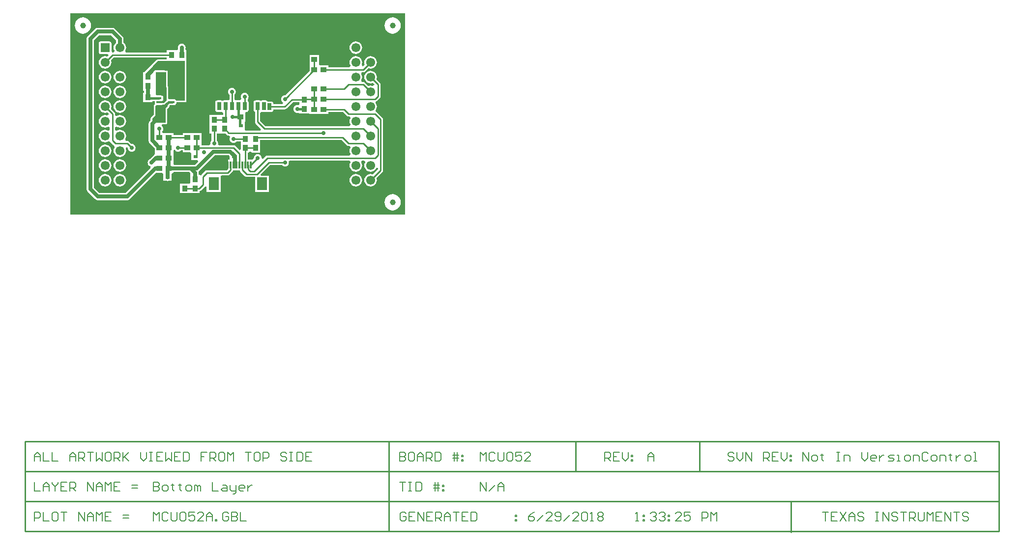
<source format=gbl>
G04 Layer_Physical_Order=4*
G04 Layer_Color=16711680*
%FSAX25Y25*%
%MOIN*%
G70*
G01*
G75*
%ADD10C,0.01000*%
%ADD11C,0.00800*%
%ADD12C,0.06102*%
G04:AMPARAMS|DCode=13|XSize=61.02mil|YSize=61.02mil|CornerRadius=1.83mil|HoleSize=0mil|Usage=FLASHONLY|Rotation=270.000|XOffset=0mil|YOffset=0mil|HoleType=Round|Shape=RoundedRectangle|*
%AMROUNDEDRECTD13*
21,1,0.06102,0.05736,0,0,270.0*
21,1,0.05736,0.06102,0,0,270.0*
1,1,0.00366,-0.02868,-0.02868*
1,1,0.00366,-0.02868,0.02868*
1,1,0.00366,0.02868,0.02868*
1,1,0.00366,0.02868,-0.02868*
%
%ADD13ROUNDEDRECTD13*%
%ADD14C,0.02800*%
%ADD15R,0.03740X0.03937*%
%ADD16R,0.03937X0.03740*%
G04:AMPARAMS|DCode=17|XSize=15.75mil|YSize=33.47mil|CornerRadius=1.97mil|HoleSize=0mil|Usage=FLASHONLY|Rotation=90.000|XOffset=0mil|YOffset=0mil|HoleType=Round|Shape=RoundedRectangle|*
%AMROUNDEDRECTD17*
21,1,0.01575,0.02953,0,0,90.0*
21,1,0.01181,0.03347,0,0,90.0*
1,1,0.00394,0.01476,0.00591*
1,1,0.00394,0.01476,-0.00591*
1,1,0.00394,-0.01476,-0.00591*
1,1,0.00394,-0.01476,0.00591*
%
%ADD17ROUNDEDRECTD17*%
%ADD18R,0.03150X0.02362*%
%ADD19R,0.01181X0.05118*%
%ADD20R,0.07087X0.08661*%
G04:AMPARAMS|DCode=21|XSize=39.37mil|YSize=39.37mil|CornerRadius=1.58mil|HoleSize=0mil|Usage=FLASHONLY|Rotation=0.000|XOffset=0mil|YOffset=0mil|HoleType=Round|Shape=RoundedRectangle|*
%AMROUNDEDRECTD21*
21,1,0.03937,0.03622,0,0,0.0*
21,1,0.03622,0.03937,0,0,0.0*
1,1,0.00315,0.01811,-0.01811*
1,1,0.00315,-0.01811,-0.01811*
1,1,0.00315,-0.01811,0.01811*
1,1,0.00315,0.01811,0.01811*
%
%ADD21ROUNDEDRECTD21*%
G04:AMPARAMS|DCode=22|XSize=47.24mil|YSize=125.98mil|CornerRadius=1.89mil|HoleSize=0mil|Usage=FLASHONLY|Rotation=0.000|XOffset=0mil|YOffset=0mil|HoleType=Round|Shape=RoundedRectangle|*
%AMROUNDEDRECTD22*
21,1,0.04724,0.12220,0,0,0.0*
21,1,0.04347,0.12598,0,0,0.0*
1,1,0.00378,0.02173,-0.06110*
1,1,0.00378,-0.02173,-0.06110*
1,1,0.00378,-0.02173,0.06110*
1,1,0.00378,0.02173,0.06110*
%
%ADD22ROUNDEDRECTD22*%
G04:AMPARAMS|DCode=23|XSize=47.24mil|YSize=47.24mil|CornerRadius=1.89mil|HoleSize=0mil|Usage=FLASHONLY|Rotation=0.000|XOffset=0mil|YOffset=0mil|HoleType=Round|Shape=RoundedRectangle|*
%AMROUNDEDRECTD23*
21,1,0.04724,0.04347,0,0,0.0*
21,1,0.04347,0.04724,0,0,0.0*
1,1,0.00378,0.02173,-0.02173*
1,1,0.00378,-0.02173,-0.02173*
1,1,0.00378,-0.02173,0.02173*
1,1,0.00378,0.02173,0.02173*
%
%ADD23ROUNDEDRECTD23*%
G04:AMPARAMS|DCode=24|XSize=39.37mil|YSize=55.12mil|CornerRadius=1.97mil|HoleSize=0mil|Usage=FLASHONLY|Rotation=0.000|XOffset=0mil|YOffset=0mil|HoleType=Round|Shape=RoundedRectangle|*
%AMROUNDEDRECTD24*
21,1,0.03937,0.05118,0,0,0.0*
21,1,0.03543,0.05512,0,0,0.0*
1,1,0.00394,0.01772,-0.02559*
1,1,0.00394,-0.01772,-0.02559*
1,1,0.00394,-0.01772,0.02559*
1,1,0.00394,0.01772,0.02559*
%
%ADD24ROUNDEDRECTD24*%
G04:AMPARAMS|DCode=25|XSize=47.24mil|YSize=31.5mil|CornerRadius=1.26mil|HoleSize=0mil|Usage=FLASHONLY|Rotation=0.000|XOffset=0mil|YOffset=0mil|HoleType=Round|Shape=RoundedRectangle|*
%AMROUNDEDRECTD25*
21,1,0.04724,0.02898,0,0,0.0*
21,1,0.04472,0.03150,0,0,0.0*
1,1,0.00252,0.02236,-0.01449*
1,1,0.00252,-0.02236,-0.01449*
1,1,0.00252,-0.02236,0.01449*
1,1,0.00252,0.02236,0.01449*
%
%ADD25ROUNDEDRECTD25*%
G04:AMPARAMS|DCode=26|XSize=27.56mil|YSize=47.24mil|CornerRadius=1.93mil|HoleSize=0mil|Usage=FLASHONLY|Rotation=0.000|XOffset=0mil|YOffset=0mil|HoleType=Round|Shape=RoundedRectangle|*
%AMROUNDEDRECTD26*
21,1,0.02756,0.04339,0,0,0.0*
21,1,0.02370,0.04724,0,0,0.0*
1,1,0.00386,0.01185,-0.02169*
1,1,0.00386,-0.01185,-0.02169*
1,1,0.00386,-0.01185,0.02169*
1,1,0.00386,0.01185,0.02169*
%
%ADD26ROUNDEDRECTD26*%
G04:AMPARAMS|DCode=27|XSize=27.56mil|YSize=55.12mil|CornerRadius=1.93mil|HoleSize=0mil|Usage=FLASHONLY|Rotation=0.000|XOffset=0mil|YOffset=0mil|HoleType=Round|Shape=RoundedRectangle|*
%AMROUNDEDRECTD27*
21,1,0.02756,0.05126,0,0,0.0*
21,1,0.02370,0.05512,0,0,0.0*
1,1,0.00386,0.01185,-0.02563*
1,1,0.00386,-0.01185,-0.02563*
1,1,0.00386,-0.01185,0.02563*
1,1,0.00386,0.01185,0.02563*
%
%ADD27ROUNDEDRECTD27*%
%ADD28R,0.04409X0.12598*%
%ADD29C,0.03937*%
%ADD30C,0.03000*%
%ADD31C,0.01500*%
%ADD32C,0.02500*%
G36*
X0297671Y0254929D02*
X0070729D01*
Y0391871D01*
X0297671D01*
Y0254929D01*
D02*
G37*
%LPC*%
G36*
X0289200Y0388934D02*
X0287768Y0388746D01*
X0286433Y0388193D01*
X0285287Y0387313D01*
X0284407Y0386167D01*
X0283854Y0384832D01*
X0283666Y0383400D01*
X0283854Y0381968D01*
X0284407Y0380633D01*
X0285287Y0379487D01*
X0286433Y0378607D01*
X0287768Y0378054D01*
X0289200Y0377866D01*
X0290632Y0378054D01*
X0291967Y0378607D01*
X0293113Y0379487D01*
X0293993Y0380633D01*
X0294546Y0381968D01*
X0294734Y0383400D01*
X0294546Y0384832D01*
X0293993Y0386167D01*
X0293113Y0387313D01*
X0291967Y0388193D01*
X0290632Y0388746D01*
X0289200Y0388934D01*
D02*
G37*
G36*
Y0268934D02*
X0287768Y0268746D01*
X0286433Y0268193D01*
X0285287Y0267313D01*
X0284407Y0266167D01*
X0283854Y0264832D01*
X0283666Y0263400D01*
X0283854Y0261968D01*
X0284407Y0260633D01*
X0285287Y0259487D01*
X0286433Y0258607D01*
X0287768Y0258054D01*
X0289200Y0257866D01*
X0290632Y0258054D01*
X0291967Y0258607D01*
X0293113Y0259487D01*
X0293993Y0260633D01*
X0294546Y0261968D01*
X0294734Y0263400D01*
X0294546Y0264832D01*
X0293993Y0266167D01*
X0293113Y0267313D01*
X0291967Y0268193D01*
X0290632Y0268746D01*
X0289200Y0268934D01*
D02*
G37*
G36*
X0264200Y0282688D02*
X0263090Y0282542D01*
X0262056Y0282113D01*
X0261168Y0281432D01*
X0260487Y0280544D01*
X0260058Y0279510D01*
X0259912Y0278400D01*
X0260058Y0277290D01*
X0260487Y0276256D01*
X0261168Y0275368D01*
X0262056Y0274687D01*
X0263090Y0274258D01*
X0264200Y0274112D01*
X0265310Y0274258D01*
X0266344Y0274687D01*
X0267232Y0275368D01*
X0267913Y0276256D01*
X0268342Y0277290D01*
X0268488Y0278400D01*
X0268342Y0279510D01*
X0267913Y0280544D01*
X0267232Y0281432D01*
X0266344Y0282113D01*
X0265310Y0282542D01*
X0264200Y0282688D01*
D02*
G37*
G36*
X0099200Y0381898D02*
X0089200D01*
X0088244Y0381708D01*
X0087434Y0381166D01*
X0082434Y0376166D01*
X0081892Y0375356D01*
X0081702Y0374400D01*
Y0272400D01*
X0081892Y0271444D01*
X0082434Y0270634D01*
X0087434Y0265634D01*
X0088244Y0265092D01*
X0089200Y0264902D01*
X0109200D01*
X0110156Y0265092D01*
X0110966Y0265634D01*
X0128671Y0283338D01*
X0133018D01*
X0133787Y0282781D01*
Y0278019D01*
X0135975D01*
X0136562Y0277902D01*
X0137150Y0278019D01*
X0139337D01*
Y0282781D01*
X0140106Y0283338D01*
X0140518D01*
Y0283910D01*
X0151157D01*
X0151931Y0283136D01*
X0152130Y0282218D01*
X0152130D01*
Y0276257D01*
X0151270Y0275919D01*
X0151270Y0275919D01*
Y0275919D01*
X0151270Y0275919D01*
X0145130D01*
Y0269582D01*
X0151270D01*
Y0269582D01*
X0152130Y0269582D01*
Y0269582D01*
X0158270D01*
Y0271061D01*
X0158714Y0271149D01*
X0159276Y0271525D01*
X0161926Y0274174D01*
X0162104Y0274442D01*
X0163104Y0274138D01*
Y0270468D01*
X0172591D01*
Y0281530D01*
X0173534Y0281667D01*
X0177200D01*
X0177863Y0281799D01*
X0178426Y0282174D01*
X0180518Y0284267D01*
X0180894Y0284829D01*
X0180936Y0285042D01*
X0185511D01*
X0185565Y0284770D01*
X0185941Y0284208D01*
X0188974Y0281174D01*
X0189537Y0280799D01*
X0190200Y0280667D01*
X0195809D01*
Y0270483D01*
X0205296D01*
Y0281544D01*
X0200102D01*
X0199719Y0282468D01*
X0205918Y0288667D01*
X0214253D01*
X0214346Y0288546D01*
X0214889Y0288129D01*
X0215521Y0287867D01*
X0216200Y0287778D01*
X0216879Y0287867D01*
X0217511Y0288129D01*
X0218054Y0288546D01*
X0218471Y0289089D01*
X0218733Y0289721D01*
X0218822Y0290400D01*
X0218787Y0290667D01*
X0219460Y0291667D01*
X0260088D01*
X0260581Y0290667D01*
X0260487Y0290544D01*
X0260058Y0289510D01*
X0259912Y0288400D01*
X0260058Y0287290D01*
X0260487Y0286256D01*
X0261168Y0285368D01*
X0262056Y0284687D01*
X0263090Y0284258D01*
X0264200Y0284112D01*
X0265310Y0284258D01*
X0266344Y0284687D01*
X0267232Y0285368D01*
X0267913Y0286256D01*
X0268342Y0287290D01*
X0268488Y0288400D01*
X0268342Y0289510D01*
X0267913Y0290544D01*
X0267819Y0290667D01*
X0268312Y0291667D01*
X0270088D01*
X0270581Y0290667D01*
X0270487Y0290544D01*
X0270058Y0289510D01*
X0269912Y0288400D01*
X0270058Y0287290D01*
X0270487Y0286256D01*
X0271168Y0285368D01*
X0272056Y0284687D01*
X0273090Y0284258D01*
X0274200Y0284112D01*
X0275310Y0284258D01*
X0276344Y0284687D01*
X0277232Y0285368D01*
X0277913Y0286256D01*
X0278254Y0287079D01*
X0279254Y0286880D01*
Y0285905D01*
X0275720Y0282372D01*
X0275310Y0282542D01*
X0274200Y0282688D01*
X0273090Y0282542D01*
X0272056Y0282113D01*
X0271168Y0281432D01*
X0270487Y0280544D01*
X0270058Y0279510D01*
X0269912Y0278400D01*
X0270058Y0277290D01*
X0270487Y0276256D01*
X0271168Y0275368D01*
X0272056Y0274687D01*
X0273090Y0274258D01*
X0274200Y0274112D01*
X0275310Y0274258D01*
X0276344Y0274687D01*
X0277232Y0275368D01*
X0277913Y0276256D01*
X0278342Y0277290D01*
X0278488Y0278400D01*
X0278342Y0279510D01*
X0278172Y0279920D01*
X0282213Y0283962D01*
X0282589Y0284524D01*
X0282721Y0285187D01*
Y0319613D01*
X0282589Y0320276D01*
X0282213Y0320838D01*
X0278426Y0324626D01*
X0278093Y0324848D01*
X0277784Y0325732D01*
X0277750Y0326043D01*
X0277913Y0326256D01*
X0278342Y0327290D01*
X0278488Y0328400D01*
X0278342Y0329510D01*
X0277913Y0330544D01*
X0277750Y0330757D01*
X0277784Y0331068D01*
X0278093Y0331952D01*
X0278426Y0332174D01*
X0280426Y0334174D01*
X0280801Y0334737D01*
X0280933Y0335400D01*
Y0343400D01*
X0280801Y0344063D01*
X0280426Y0344626D01*
X0278172Y0346880D01*
X0278342Y0347290D01*
X0278488Y0348400D01*
X0278342Y0349510D01*
X0277913Y0350544D01*
X0277232Y0351432D01*
X0276344Y0352113D01*
X0275310Y0352542D01*
X0274200Y0352688D01*
X0273090Y0352542D01*
X0272056Y0352113D01*
X0271168Y0351432D01*
X0270487Y0350544D01*
X0270058Y0349510D01*
X0269912Y0348400D01*
X0270058Y0347290D01*
X0270487Y0346256D01*
X0271168Y0345368D01*
X0272056Y0344687D01*
X0273090Y0344258D01*
X0274200Y0344112D01*
X0275310Y0344258D01*
X0275720Y0344428D01*
X0276834Y0343315D01*
X0276779Y0342985D01*
X0275668Y0342393D01*
X0275310Y0342542D01*
X0274200Y0342688D01*
X0273090Y0342542D01*
X0272680Y0342372D01*
X0270426Y0344626D01*
X0269863Y0345001D01*
X0269200Y0345133D01*
X0268312D01*
X0267819Y0346133D01*
X0267913Y0346256D01*
X0268342Y0347290D01*
X0268488Y0348400D01*
X0268342Y0349510D01*
X0267913Y0350544D01*
X0267819Y0350667D01*
X0268312Y0351667D01*
X0269200D01*
X0269863Y0351799D01*
X0270426Y0352174D01*
X0272680Y0354428D01*
X0273090Y0354258D01*
X0274200Y0354112D01*
X0275310Y0354258D01*
X0276344Y0354687D01*
X0277232Y0355368D01*
X0277913Y0356256D01*
X0278342Y0357290D01*
X0278488Y0358400D01*
X0278342Y0359510D01*
X0277913Y0360544D01*
X0277232Y0361432D01*
X0276344Y0362113D01*
X0275310Y0362542D01*
X0274200Y0362688D01*
X0273090Y0362542D01*
X0272056Y0362113D01*
X0271168Y0361432D01*
X0270487Y0360544D01*
X0270058Y0359510D01*
X0269912Y0358400D01*
X0270058Y0357290D01*
X0270228Y0356880D01*
X0269115Y0355766D01*
X0268785Y0355821D01*
X0268193Y0356932D01*
X0268342Y0357290D01*
X0268488Y0358400D01*
X0268342Y0359510D01*
X0267913Y0360544D01*
X0267232Y0361432D01*
X0266344Y0362113D01*
X0265310Y0362542D01*
X0264200Y0362688D01*
X0263090Y0362542D01*
X0262056Y0362113D01*
X0261168Y0361432D01*
X0260487Y0360544D01*
X0260058Y0359510D01*
X0259912Y0358400D01*
X0260058Y0357290D01*
X0260487Y0356256D01*
X0260581Y0356133D01*
X0260088Y0355133D01*
X0245518D01*
Y0356470D01*
X0239557D01*
X0239219Y0357330D01*
X0239219D01*
Y0363470D01*
X0232882D01*
Y0357330D01*
X0232882D01*
Y0356470D01*
X0232882D01*
Y0352683D01*
X0216219Y0336020D01*
X0216200Y0336022D01*
X0215521Y0335933D01*
X0214889Y0335671D01*
X0214346Y0335254D01*
X0213929Y0334711D01*
X0213667Y0334079D01*
X0213578Y0333400D01*
X0213667Y0332721D01*
X0213929Y0332089D01*
X0214346Y0331546D01*
X0214889Y0331129D01*
X0214648Y0330154D01*
X0214588Y0330031D01*
X0208262D01*
Y0330467D01*
X0208154Y0331010D01*
X0207846Y0331471D01*
X0207385Y0331779D01*
X0206842Y0331887D01*
X0204472D01*
X0204368Y0331867D01*
X0204106Y0332259D01*
X0203645Y0332566D01*
X0203102Y0332675D01*
X0200731D01*
X0200188Y0332566D01*
X0199751Y0332275D01*
X0199314Y0332566D01*
X0198771Y0332675D01*
X0196401D01*
X0195857Y0332566D01*
X0195397Y0332259D01*
X0195089Y0331798D01*
X0194981Y0331254D01*
Y0326128D01*
X0195089Y0325585D01*
X0195397Y0325124D01*
X0195852Y0324819D01*
Y0318014D01*
X0195984Y0317351D01*
X0196360Y0316789D01*
X0200015Y0313133D01*
X0199601Y0312133D01*
X0189389D01*
X0189113Y0313019D01*
X0189113D01*
Y0317781D01*
X0189113D01*
X0189219Y0318330D01*
X0189219Y0318330D01*
X0189219Y0318737D01*
Y0324470D01*
X0190120Y0324710D01*
X0190653Y0324816D01*
X0191114Y0325124D01*
X0191421Y0325585D01*
X0191530Y0326128D01*
Y0331254D01*
X0191421Y0331798D01*
X0191114Y0332259D01*
X0191024Y0332319D01*
X0190996Y0332427D01*
X0190919Y0333453D01*
X0191195Y0333813D01*
X0191457Y0334446D01*
X0191547Y0335124D01*
X0191457Y0335803D01*
X0191195Y0336436D01*
X0190779Y0336979D01*
X0190236Y0337396D01*
X0189603Y0337657D01*
X0188924Y0337747D01*
X0188246Y0337657D01*
X0187613Y0337396D01*
X0187070Y0336979D01*
X0186653Y0336436D01*
X0186391Y0335803D01*
X0186302Y0335124D01*
X0186391Y0334446D01*
X0186653Y0333813D01*
X0186599Y0333367D01*
X0185779Y0332675D01*
X0183409D01*
X0182996Y0332593D01*
X0182676Y0332702D01*
X0181996Y0333189D01*
Y0336516D01*
X0182117Y0336609D01*
X0182534Y0337152D01*
X0182796Y0337784D01*
X0182885Y0338463D01*
X0182796Y0339142D01*
X0182534Y0339774D01*
X0182117Y0340317D01*
X0181574Y0340734D01*
X0180942Y0340996D01*
X0180263Y0341085D01*
X0179584Y0340996D01*
X0178952Y0340734D01*
X0178409Y0340317D01*
X0177992Y0339774D01*
X0177730Y0339142D01*
X0177641Y0338463D01*
X0177730Y0337784D01*
X0177992Y0337152D01*
X0178409Y0336609D01*
X0178530Y0336516D01*
Y0333189D01*
X0177850Y0332702D01*
X0177530Y0332593D01*
X0177117Y0332675D01*
X0174747D01*
X0174204Y0332566D01*
X0173767Y0332275D01*
X0173330Y0332566D01*
X0172787Y0332675D01*
X0170416D01*
X0169873Y0332566D01*
X0169412Y0332259D01*
X0169104Y0331798D01*
X0168996Y0331254D01*
Y0326128D01*
X0169104Y0325585D01*
X0169412Y0325124D01*
X0169873Y0324816D01*
X0170416Y0324708D01*
X0172787D01*
X0173199Y0324790D01*
X0173519Y0324681D01*
X0174199Y0324194D01*
Y0322718D01*
X0172130D01*
Y0322718D01*
X0171270D01*
Y0322718D01*
X0165130D01*
Y0316381D01*
Y0310082D01*
X0166467D01*
Y0305347D01*
X0166346Y0305254D01*
X0165929Y0304711D01*
X0165667Y0304079D01*
X0165578Y0303400D01*
X0165613Y0303133D01*
X0164940Y0302133D01*
X0159518D01*
Y0303470D01*
X0159518D01*
Y0304330D01*
X0159518D01*
Y0310470D01*
X0146882D01*
Y0309133D01*
X0140518D01*
Y0310470D01*
X0133244D01*
X0133049Y0311002D01*
X0132962Y0311470D01*
X0133321Y0311939D01*
X0133583Y0312572D01*
X0133673Y0313250D01*
X0133583Y0313929D01*
X0133321Y0314562D01*
X0132905Y0315105D01*
X0132681Y0315277D01*
X0133020Y0316277D01*
X0135200D01*
X0135668Y0316370D01*
X0136065Y0316635D01*
X0136330Y0317032D01*
X0136424Y0317500D01*
Y0319361D01*
X0136405Y0319457D01*
Y0325407D01*
X0136424Y0325502D01*
Y0326730D01*
X0137638Y0328080D01*
X0137744Y0328258D01*
X0137859Y0328430D01*
X0137864Y0328455D01*
X0137865Y0328463D01*
X0137882Y0328490D01*
X0138153Y0329417D01*
X0141105D01*
X0141650Y0329525D01*
X0142113Y0329834D01*
X0142421Y0330296D01*
X0142530Y0330841D01*
Y0331276D01*
X0148200D01*
X0148668Y0331370D01*
X0148732Y0331413D01*
X0149270D01*
Y0331942D01*
X0149330Y0332032D01*
X0149424Y0332500D01*
Y0359300D01*
X0149330Y0359768D01*
X0149270Y0359858D01*
Y0366718D01*
X0149086D01*
X0148732Y0367718D01*
X0148733Y0367721D01*
X0148822Y0368400D01*
X0148733Y0369079D01*
X0148471Y0369711D01*
X0148054Y0370254D01*
X0147511Y0370671D01*
X0146879Y0370933D01*
X0146200Y0371022D01*
X0145521Y0370933D01*
X0144889Y0370671D01*
X0144346Y0370254D01*
X0143929Y0369711D01*
X0143667Y0369079D01*
X0143578Y0368400D01*
X0143667Y0367721D01*
X0143668Y0367718D01*
X0143599Y0367524D01*
X0143130Y0366718D01*
X0142270D01*
Y0366718D01*
X0136130D01*
Y0365133D01*
X0108312D01*
X0107819Y0366133D01*
X0107913Y0366256D01*
X0108342Y0367290D01*
X0108488Y0368400D01*
X0108342Y0369510D01*
X0107913Y0370544D01*
X0107232Y0371432D01*
X0106698Y0371842D01*
Y0374400D01*
X0106508Y0375356D01*
X0105966Y0376166D01*
X0100966Y0381166D01*
X0100156Y0381708D01*
X0099200Y0381898D01*
D02*
G37*
G36*
X0079200Y0388934D02*
X0077768Y0388746D01*
X0076433Y0388193D01*
X0075287Y0387313D01*
X0074407Y0386167D01*
X0073854Y0384832D01*
X0073666Y0383400D01*
X0073854Y0381968D01*
X0074407Y0380633D01*
X0075287Y0379487D01*
X0076433Y0378607D01*
X0077768Y0378054D01*
X0079200Y0377866D01*
X0080632Y0378054D01*
X0081967Y0378607D01*
X0083113Y0379487D01*
X0083993Y0380633D01*
X0084546Y0381968D01*
X0084734Y0383400D01*
X0084546Y0384832D01*
X0083993Y0386167D01*
X0083113Y0387313D01*
X0081967Y0388193D01*
X0080632Y0388746D01*
X0079200Y0388934D01*
D02*
G37*
G36*
X0264200Y0372688D02*
X0263090Y0372542D01*
X0262056Y0372113D01*
X0261168Y0371432D01*
X0260487Y0370544D01*
X0260058Y0369510D01*
X0259912Y0368400D01*
X0260058Y0367290D01*
X0260487Y0366256D01*
X0261168Y0365368D01*
X0262056Y0364687D01*
X0263090Y0364258D01*
X0264200Y0364112D01*
X0265310Y0364258D01*
X0266344Y0364687D01*
X0267232Y0365368D01*
X0267913Y0366256D01*
X0268342Y0367290D01*
X0268488Y0368400D01*
X0268342Y0369510D01*
X0267913Y0370544D01*
X0267232Y0371432D01*
X0266344Y0372113D01*
X0265310Y0372542D01*
X0264200Y0372688D01*
D02*
G37*
%LPD*%
G36*
X0136792Y0330740D02*
X0136963Y0330196D01*
X0136837Y0330008D01*
X0136729Y0329463D01*
Y0328898D01*
X0135200Y0327200D01*
Y0325502D01*
X0135181D01*
Y0319361D01*
X0135200D01*
Y0317500D01*
X0126300Y0317500D01*
Y0320200D01*
X0128400Y0322300D01*
X0128400Y0328647D01*
X0129295Y0329417D01*
X0132247D01*
X0132792Y0329525D01*
X0132960Y0329637D01*
X0133849D01*
X0134317Y0329730D01*
X0134714Y0329995D01*
X0135676Y0330958D01*
X0135929Y0330987D01*
X0136792Y0330740D01*
D02*
G37*
G36*
X0178787Y0294555D02*
Y0292560D01*
X0177502D01*
Y0286153D01*
X0176482Y0285133D01*
X0163200D01*
X0162537Y0285001D01*
X0161974Y0284626D01*
X0159474Y0282126D01*
X0159270Y0281820D01*
X0158270Y0282123D01*
Y0282218D01*
X0157698D01*
Y0283400D01*
X0157517Y0284311D01*
X0158012Y0284642D01*
X0168735Y0295365D01*
X0177978D01*
X0178787Y0294555D01*
D02*
G37*
G36*
X0141846Y0298546D02*
X0142389Y0298129D01*
X0143021Y0297867D01*
X0143700Y0297778D01*
X0144379Y0297867D01*
X0145011Y0298129D01*
X0145554Y0298546D01*
X0145647Y0298667D01*
X0146882D01*
Y0297330D01*
X0152015D01*
X0152787Y0296781D01*
Y0292019D01*
X0157017D01*
X0157400Y0291095D01*
X0155211Y0288906D01*
X0141281D01*
X0140518Y0289478D01*
X0140518Y0290330D01*
X0140518D01*
Y0296470D01*
X0140518D01*
X0140518Y0297330D01*
X0140518D01*
Y0298693D01*
X0141111Y0298950D01*
X0141518Y0298973D01*
X0141846Y0298546D01*
D02*
G37*
G36*
X0257974Y0302174D02*
X0258537Y0301799D01*
X0259200Y0301667D01*
X0260088D01*
X0260581Y0300667D01*
X0260487Y0300544D01*
X0260058Y0299510D01*
X0259912Y0298400D01*
X0260058Y0297290D01*
X0260487Y0296256D01*
X0260581Y0296133D01*
X0260088Y0295133D01*
X0204200D01*
X0203537Y0295001D01*
X0202974Y0294626D01*
X0201234Y0292886D01*
X0200287Y0293353D01*
X0200293Y0293400D01*
X0200204Y0294079D01*
X0199942Y0294711D01*
X0199525Y0295254D01*
X0198982Y0295671D01*
X0198350Y0295933D01*
X0197671Y0296022D01*
X0196992Y0295933D01*
X0196360Y0295671D01*
X0195817Y0295254D01*
X0195400Y0294711D01*
X0195138Y0294079D01*
X0195049Y0293400D01*
X0195069Y0293249D01*
X0194380Y0292560D01*
X0190868D01*
Y0297082D01*
X0192402D01*
Y0297082D01*
X0193262D01*
Y0297082D01*
X0199402D01*
Y0303381D01*
Y0305667D01*
X0254482D01*
X0257974Y0302174D01*
D02*
G37*
G36*
X0176825Y0309174D02*
X0177387Y0308799D01*
X0178050Y0308667D01*
X0178402D01*
X0178929Y0307711D01*
X0178667Y0307079D01*
X0178578Y0306400D01*
X0178667Y0305721D01*
X0178929Y0305089D01*
X0179346Y0304546D01*
X0179889Y0304129D01*
X0180521Y0303867D01*
X0181200Y0303778D01*
X0181879Y0303867D01*
X0182511Y0304129D01*
X0183054Y0304546D01*
X0183147Y0304667D01*
X0186262D01*
Y0299240D01*
X0185338Y0298857D01*
X0182569Y0301626D01*
X0182007Y0302001D01*
X0181344Y0302133D01*
X0171460D01*
X0170787Y0303133D01*
X0170822Y0303400D01*
X0170733Y0304079D01*
X0170471Y0304711D01*
X0170054Y0305254D01*
X0169933Y0305347D01*
Y0310082D01*
X0171270D01*
Y0310082D01*
X0172130D01*
Y0310082D01*
X0175917D01*
X0176825Y0309174D01*
D02*
G37*
G36*
X0148200Y0359300D02*
Y0332500D01*
X0142435D01*
X0142421Y0332567D01*
X0142113Y0333029D01*
X0141650Y0333338D01*
X0141105Y0333446D01*
X0138153D01*
X0138019Y0333420D01*
X0137232Y0333420D01*
X0136933Y0334380D01*
Y0341337D01*
X0136801Y0342000D01*
X0136700Y0342152D01*
Y0352900D01*
X0134510D01*
Y0352931D01*
X0127701D01*
X0127700Y0353930D01*
Y0357000D01*
X0130000Y0359300D01*
X0148200Y0359300D01*
D02*
G37*
G36*
X0101702Y0373365D02*
Y0371842D01*
X0101168Y0371432D01*
X0100487Y0370544D01*
X0100058Y0369510D01*
X0099912Y0368400D01*
X0100058Y0367290D01*
X0100487Y0366256D01*
X0100581Y0366133D01*
X0100088Y0365133D01*
X0099419D01*
X0099083Y0365276D01*
X0098478Y0366009D01*
Y0371268D01*
X0098371Y0371808D01*
X0098065Y0372265D01*
X0097608Y0372571D01*
X0097068Y0372678D01*
X0091332D01*
X0090792Y0372571D01*
X0090335Y0372265D01*
X0090029Y0371808D01*
X0089922Y0371268D01*
Y0365532D01*
X0090029Y0364992D01*
X0090335Y0364535D01*
X0090792Y0364229D01*
X0091332Y0364122D01*
X0096056D01*
X0096470Y0363122D01*
X0095720Y0362372D01*
X0095310Y0362542D01*
X0094200Y0362688D01*
X0093090Y0362542D01*
X0092056Y0362113D01*
X0091168Y0361432D01*
X0090487Y0360544D01*
X0090058Y0359510D01*
X0089912Y0358400D01*
X0090058Y0357290D01*
X0090487Y0356256D01*
X0091168Y0355368D01*
X0092056Y0354687D01*
X0093090Y0354258D01*
X0094200Y0354112D01*
X0095310Y0354258D01*
X0096344Y0354687D01*
X0097232Y0355368D01*
X0097913Y0356256D01*
X0098342Y0357290D01*
X0098488Y0358400D01*
X0098342Y0359510D01*
X0098172Y0359920D01*
X0099918Y0361667D01*
X0136130D01*
Y0360524D01*
X0130000Y0360524D01*
X0129532Y0360430D01*
X0129135Y0360165D01*
X0128215Y0359245D01*
X0128125Y0359176D01*
X0121274Y0352326D01*
X0120842Y0351762D01*
X0120837Y0351750D01*
X0120130D01*
Y0345413D01*
Y0339113D01*
X0120702D01*
Y0337750D01*
X0120130D01*
Y0331413D01*
X0126270D01*
Y0332002D01*
X0127870D01*
Y0330841D01*
X0127979Y0330296D01*
X0128075Y0330152D01*
X0127979Y0330008D01*
X0127953Y0329876D01*
X0127602Y0329575D01*
X0127574Y0329538D01*
X0127535Y0329513D01*
X0127427Y0329352D01*
X0127308Y0329199D01*
X0127295Y0329154D01*
X0127270Y0329116D01*
X0127232Y0328926D01*
X0127180Y0328739D01*
X0127186Y0328693D01*
X0127176Y0328647D01*
X0127176Y0322807D01*
X0125435Y0321065D01*
X0125170Y0320668D01*
X0125076Y0320200D01*
Y0318990D01*
X0124434Y0318348D01*
X0123892Y0317537D01*
X0123702Y0316581D01*
Y0305250D01*
X0123892Y0304294D01*
X0124434Y0303484D01*
X0127882Y0300036D01*
Y0297330D01*
X0127882D01*
X0127882Y0296470D01*
X0127577Y0295596D01*
X0126934Y0295166D01*
X0124474Y0292706D01*
X0124389Y0292671D01*
X0123846Y0292254D01*
X0123429Y0291711D01*
X0123167Y0291079D01*
X0123078Y0290400D01*
X0123167Y0289721D01*
X0123429Y0289089D01*
X0123846Y0288546D01*
X0124389Y0288129D01*
X0124808Y0287955D01*
X0125074Y0287287D01*
X0125113Y0286846D01*
X0108165Y0269898D01*
X0090235D01*
X0086698Y0273435D01*
Y0373365D01*
X0090235Y0376902D01*
X0098165D01*
X0101702Y0373365D01*
D02*
G37*
G36*
X0226130Y0329993D02*
X0225865Y0329706D01*
X0225298Y0329329D01*
X0225130Y0329296D01*
X0224550Y0329373D01*
X0223872Y0329283D01*
X0223239Y0329022D01*
X0222696Y0328605D01*
X0222279Y0328062D01*
X0222017Y0327429D01*
X0221928Y0326750D01*
X0222017Y0326072D01*
X0222279Y0325439D01*
X0222696Y0324896D01*
X0223239Y0324479D01*
X0223872Y0324217D01*
X0224550Y0324128D01*
X0225130Y0324204D01*
X0225293Y0324173D01*
X0226130Y0323582D01*
Y0323582D01*
X0232270D01*
X0232270Y0323582D01*
X0232882Y0323330D01*
Y0323330D01*
X0233166Y0323330D01*
X0245518D01*
Y0324667D01*
X0255482D01*
X0257974Y0322174D01*
X0258537Y0321799D01*
X0259200Y0321667D01*
X0260088D01*
X0260581Y0320667D01*
X0260487Y0320544D01*
X0260058Y0319510D01*
X0259912Y0318400D01*
X0260058Y0317290D01*
X0260487Y0316256D01*
X0260581Y0316133D01*
X0260088Y0315133D01*
X0202918D01*
X0199319Y0318732D01*
Y0324194D01*
X0199999Y0324681D01*
X0200319Y0324790D01*
X0200731Y0324708D01*
X0203102D01*
X0203645Y0324816D01*
X0203787Y0324911D01*
X0203928Y0324816D01*
X0204472Y0324708D01*
X0206842D01*
X0207385Y0324816D01*
X0207846Y0325124D01*
X0208154Y0325585D01*
X0208262Y0326128D01*
Y0326564D01*
X0216098D01*
X0216761Y0326696D01*
X0217323Y0327072D01*
X0221568Y0331316D01*
X0226130D01*
Y0329993D01*
D02*
G37*
G36*
X0134510Y0351677D02*
X0135477D01*
Y0342152D01*
X0135500Y0342034D01*
Y0341913D01*
X0135546Y0341802D01*
X0135570Y0341684D01*
X0135637Y0341584D01*
X0135637Y0341583D01*
X0135710Y0341216D01*
Y0334380D01*
X0135746Y0334200D01*
X0135765Y0334017D01*
X0136063Y0333057D01*
X0136087Y0333012D01*
X0135826Y0332837D01*
X0133849Y0330861D01*
X0132381D01*
X0132247Y0330887D01*
X0130292D01*
X0129931Y0331522D01*
X0130197Y0331976D01*
X0132247D01*
X0132792Y0332084D01*
X0133254Y0332393D01*
X0133563Y0332855D01*
X0133671Y0333400D01*
Y0334581D01*
X0133563Y0335126D01*
X0133254Y0335588D01*
X0132792Y0335897D01*
X0132247Y0336005D01*
X0129295D01*
X0128700Y0336782D01*
Y0351707D01*
X0134356D01*
X0134510Y0351677D01*
D02*
G37*
%LPC*%
G36*
X0094200Y0292688D02*
X0093090Y0292542D01*
X0092056Y0292113D01*
X0091168Y0291432D01*
X0090487Y0290544D01*
X0090058Y0289510D01*
X0089912Y0288400D01*
X0090058Y0287290D01*
X0090487Y0286256D01*
X0091168Y0285368D01*
X0092056Y0284687D01*
X0093090Y0284258D01*
X0094200Y0284112D01*
X0095310Y0284258D01*
X0096344Y0284687D01*
X0097232Y0285368D01*
X0097913Y0286256D01*
X0098342Y0287290D01*
X0098488Y0288400D01*
X0098342Y0289510D01*
X0097913Y0290544D01*
X0097232Y0291432D01*
X0096344Y0292113D01*
X0095310Y0292542D01*
X0094200Y0292688D01*
D02*
G37*
G36*
X0104200Y0282688D02*
X0103090Y0282542D01*
X0102056Y0282113D01*
X0101168Y0281432D01*
X0100487Y0280544D01*
X0100058Y0279510D01*
X0099912Y0278400D01*
X0100058Y0277290D01*
X0100487Y0276256D01*
X0101168Y0275368D01*
X0102056Y0274687D01*
X0103090Y0274258D01*
X0104200Y0274112D01*
X0105310Y0274258D01*
X0106344Y0274687D01*
X0107232Y0275368D01*
X0107913Y0276256D01*
X0108342Y0277290D01*
X0108488Y0278400D01*
X0108342Y0279510D01*
X0107913Y0280544D01*
X0107232Y0281432D01*
X0106344Y0282113D01*
X0105310Y0282542D01*
X0104200Y0282688D01*
D02*
G37*
G36*
X0094200D02*
X0093090Y0282542D01*
X0092056Y0282113D01*
X0091168Y0281432D01*
X0090487Y0280544D01*
X0090058Y0279510D01*
X0089912Y0278400D01*
X0090058Y0277290D01*
X0090487Y0276256D01*
X0091168Y0275368D01*
X0092056Y0274687D01*
X0093090Y0274258D01*
X0094200Y0274112D01*
X0095310Y0274258D01*
X0096344Y0274687D01*
X0097232Y0275368D01*
X0097913Y0276256D01*
X0098342Y0277290D01*
X0098488Y0278400D01*
X0098342Y0279510D01*
X0097913Y0280544D01*
X0097232Y0281432D01*
X0096344Y0282113D01*
X0095310Y0282542D01*
X0094200Y0282688D01*
D02*
G37*
G36*
X0104200Y0292688D02*
X0103090Y0292542D01*
X0102056Y0292113D01*
X0101168Y0291432D01*
X0100487Y0290544D01*
X0100058Y0289510D01*
X0099912Y0288400D01*
X0100058Y0287290D01*
X0100487Y0286256D01*
X0101168Y0285368D01*
X0102056Y0284687D01*
X0103090Y0284258D01*
X0104200Y0284112D01*
X0105310Y0284258D01*
X0106344Y0284687D01*
X0107232Y0285368D01*
X0107913Y0286256D01*
X0108342Y0287290D01*
X0108488Y0288400D01*
X0108342Y0289510D01*
X0107913Y0290544D01*
X0107232Y0291432D01*
X0106344Y0292113D01*
X0105310Y0292542D01*
X0104200Y0292688D01*
D02*
G37*
G36*
Y0342688D02*
X0103090Y0342542D01*
X0102056Y0342113D01*
X0101168Y0341432D01*
X0100487Y0340544D01*
X0100058Y0339510D01*
X0099912Y0338400D01*
X0100058Y0337290D01*
X0100487Y0336256D01*
X0101168Y0335368D01*
X0102056Y0334687D01*
X0103090Y0334258D01*
X0104200Y0334112D01*
X0105310Y0334258D01*
X0106344Y0334687D01*
X0107232Y0335368D01*
X0107913Y0336256D01*
X0108342Y0337290D01*
X0108488Y0338400D01*
X0108342Y0339510D01*
X0107913Y0340544D01*
X0107232Y0341432D01*
X0106344Y0342113D01*
X0105310Y0342542D01*
X0104200Y0342688D01*
D02*
G37*
G36*
X0094200Y0352688D02*
X0093090Y0352542D01*
X0092056Y0352113D01*
X0091168Y0351432D01*
X0090487Y0350544D01*
X0090058Y0349510D01*
X0089912Y0348400D01*
X0090058Y0347290D01*
X0090487Y0346256D01*
X0091168Y0345368D01*
X0092056Y0344687D01*
X0093090Y0344258D01*
X0094200Y0344112D01*
X0095310Y0344258D01*
X0096344Y0344687D01*
X0097232Y0345368D01*
X0097913Y0346256D01*
X0098342Y0347290D01*
X0098488Y0348400D01*
X0098342Y0349510D01*
X0097913Y0350544D01*
X0097232Y0351432D01*
X0096344Y0352113D01*
X0095310Y0352542D01*
X0094200Y0352688D01*
D02*
G37*
G36*
X0104200D02*
X0103090Y0352542D01*
X0102056Y0352113D01*
X0101168Y0351432D01*
X0100487Y0350544D01*
X0100058Y0349510D01*
X0099912Y0348400D01*
X0100058Y0347290D01*
X0100487Y0346256D01*
X0101168Y0345368D01*
X0102056Y0344687D01*
X0103090Y0344258D01*
X0104200Y0344112D01*
X0105310Y0344258D01*
X0106344Y0344687D01*
X0107232Y0345368D01*
X0107913Y0346256D01*
X0108342Y0347290D01*
X0108488Y0348400D01*
X0108342Y0349510D01*
X0107913Y0350544D01*
X0107232Y0351432D01*
X0106344Y0352113D01*
X0105310Y0352542D01*
X0104200Y0352688D01*
D02*
G37*
G36*
X0094200Y0342688D02*
X0093090Y0342542D01*
X0092056Y0342113D01*
X0091168Y0341432D01*
X0090487Y0340544D01*
X0090058Y0339510D01*
X0089912Y0338400D01*
X0090058Y0337290D01*
X0090487Y0336256D01*
X0091168Y0335368D01*
X0092056Y0334687D01*
X0093090Y0334258D01*
X0094200Y0334112D01*
X0095310Y0334258D01*
X0096344Y0334687D01*
X0097232Y0335368D01*
X0097913Y0336256D01*
X0098342Y0337290D01*
X0098488Y0338400D01*
X0098342Y0339510D01*
X0097913Y0340544D01*
X0097232Y0341432D01*
X0096344Y0342113D01*
X0095310Y0342542D01*
X0094200Y0342688D01*
D02*
G37*
G36*
Y0302688D02*
X0093090Y0302542D01*
X0092056Y0302113D01*
X0091168Y0301432D01*
X0090487Y0300544D01*
X0090058Y0299510D01*
X0089912Y0298400D01*
X0090058Y0297290D01*
X0090487Y0296256D01*
X0091168Y0295368D01*
X0092056Y0294687D01*
X0093090Y0294258D01*
X0094200Y0294112D01*
X0095310Y0294258D01*
X0096344Y0294687D01*
X0097232Y0295368D01*
X0097913Y0296256D01*
X0098342Y0297290D01*
X0098488Y0298400D01*
X0098342Y0299510D01*
X0097913Y0300544D01*
X0097232Y0301432D01*
X0096344Y0302113D01*
X0095310Y0302542D01*
X0094200Y0302688D01*
D02*
G37*
G36*
Y0332688D02*
X0093090Y0332542D01*
X0092056Y0332113D01*
X0091168Y0331432D01*
X0090487Y0330544D01*
X0090058Y0329510D01*
X0089912Y0328400D01*
X0090058Y0327290D01*
X0090487Y0326256D01*
X0091168Y0325368D01*
X0092056Y0324687D01*
X0093090Y0324258D01*
X0094200Y0324112D01*
X0095310Y0324258D01*
X0095720Y0324428D01*
X0096834Y0323315D01*
X0096779Y0322985D01*
X0095668Y0322393D01*
X0095310Y0322542D01*
X0094200Y0322688D01*
X0093090Y0322542D01*
X0092056Y0322113D01*
X0091168Y0321432D01*
X0090487Y0320544D01*
X0090058Y0319510D01*
X0089912Y0318400D01*
X0090058Y0317290D01*
X0090487Y0316256D01*
X0091168Y0315368D01*
X0092056Y0314687D01*
X0093090Y0314258D01*
X0094200Y0314112D01*
X0095310Y0314258D01*
X0096344Y0314687D01*
X0096467Y0314781D01*
X0097467Y0314288D01*
Y0312512D01*
X0096467Y0312019D01*
X0096344Y0312113D01*
X0095310Y0312542D01*
X0094200Y0312688D01*
X0093090Y0312542D01*
X0092056Y0312113D01*
X0091168Y0311432D01*
X0090487Y0310544D01*
X0090058Y0309510D01*
X0089912Y0308400D01*
X0090058Y0307290D01*
X0090487Y0306256D01*
X0091168Y0305368D01*
X0092056Y0304687D01*
X0093090Y0304258D01*
X0094200Y0304112D01*
X0095310Y0304258D01*
X0096344Y0304687D01*
X0096557Y0304850D01*
X0096868Y0304816D01*
X0097752Y0304507D01*
X0097974Y0304174D01*
X0099974Y0302174D01*
X0100307Y0301952D01*
X0100616Y0301068D01*
X0100650Y0300757D01*
X0100487Y0300544D01*
X0100058Y0299510D01*
X0099912Y0298400D01*
X0100058Y0297290D01*
X0100487Y0296256D01*
X0101168Y0295368D01*
X0102056Y0294687D01*
X0103090Y0294258D01*
X0104200Y0294112D01*
X0105310Y0294258D01*
X0106344Y0294687D01*
X0107232Y0295368D01*
X0107913Y0296256D01*
X0108342Y0297290D01*
X0108488Y0298400D01*
X0108342Y0299510D01*
X0108193Y0299868D01*
X0108781Y0300973D01*
X0109598Y0300246D01*
X0109667Y0299721D01*
X0109929Y0299089D01*
X0110346Y0298546D01*
X0110889Y0298129D01*
X0111521Y0297867D01*
X0112200Y0297778D01*
X0112879Y0297867D01*
X0113511Y0298129D01*
X0114054Y0298546D01*
X0114471Y0299089D01*
X0114733Y0299721D01*
X0114822Y0300400D01*
X0114733Y0301079D01*
X0114471Y0301711D01*
X0114054Y0302254D01*
X0113511Y0302671D01*
X0112879Y0302933D01*
X0112200Y0303022D01*
X0112049Y0303003D01*
X0110426Y0304626D01*
X0109863Y0305001D01*
X0109200Y0305133D01*
X0108312D01*
X0107819Y0306133D01*
X0107913Y0306256D01*
X0108342Y0307290D01*
X0108488Y0308400D01*
X0108342Y0309510D01*
X0107913Y0310544D01*
X0107232Y0311432D01*
X0106344Y0312113D01*
X0105310Y0312542D01*
X0104200Y0312688D01*
X0103090Y0312542D01*
X0102056Y0312113D01*
X0101933Y0312019D01*
X0100933Y0312512D01*
Y0314288D01*
X0101933Y0314781D01*
X0102056Y0314687D01*
X0103090Y0314258D01*
X0104200Y0314112D01*
X0105310Y0314258D01*
X0106344Y0314687D01*
X0107232Y0315368D01*
X0107913Y0316256D01*
X0108342Y0317290D01*
X0108488Y0318400D01*
X0108342Y0319510D01*
X0107913Y0320544D01*
X0107232Y0321432D01*
X0106344Y0322113D01*
X0105310Y0322542D01*
X0104200Y0322688D01*
X0103090Y0322542D01*
X0102056Y0322113D01*
X0101933Y0322019D01*
X0100933Y0322512D01*
Y0323400D01*
X0100801Y0324063D01*
X0100426Y0324626D01*
X0098172Y0326880D01*
X0098342Y0327290D01*
X0098488Y0328400D01*
X0098342Y0329510D01*
X0097913Y0330544D01*
X0097232Y0331432D01*
X0096344Y0332113D01*
X0095310Y0332542D01*
X0094200Y0332688D01*
D02*
G37*
G36*
X0104200D02*
X0103090Y0332542D01*
X0102056Y0332113D01*
X0101168Y0331432D01*
X0100487Y0330544D01*
X0100058Y0329510D01*
X0099912Y0328400D01*
X0100058Y0327290D01*
X0100487Y0326256D01*
X0101168Y0325368D01*
X0102056Y0324687D01*
X0103090Y0324258D01*
X0104200Y0324112D01*
X0105310Y0324258D01*
X0106344Y0324687D01*
X0107232Y0325368D01*
X0107913Y0326256D01*
X0108342Y0327290D01*
X0108488Y0328400D01*
X0108342Y0329510D01*
X0107913Y0330544D01*
X0107232Y0331432D01*
X0106344Y0332113D01*
X0105310Y0332542D01*
X0104200Y0332688D01*
D02*
G37*
%LPD*%
G54D10*
X0194700Y0317400D02*
Y0319050D01*
X0192350Y0321400D02*
X0194700Y0319050D01*
X0192350Y0321400D02*
X0193255Y0322305D01*
Y0328691D01*
X0192350Y0316687D02*
Y0321400D01*
X0191062Y0315400D02*
X0192350Y0316687D01*
X0205200Y0290400D02*
X0216200D01*
X0197200Y0282400D02*
X0205200Y0290400D01*
X0190200Y0282400D02*
X0197200D01*
X0195200Y0284400D02*
X0204200Y0293400D01*
X0192497Y0284400D02*
X0195200D01*
X0204200Y0293400D02*
X0277200D01*
X0168200Y0319550D02*
X0175200D01*
X0175932Y0320282D01*
Y0328691D01*
X0220850Y0333050D02*
X0229200D01*
X0216098Y0328298D02*
X0220850Y0333050D01*
X0229200D02*
X0229550Y0333400D01*
X0236050D01*
X0150838Y0290538D02*
Y0294400D01*
X0205657Y0328298D02*
X0216098D01*
X0280987Y0285187D02*
Y0319613D01*
X0277200Y0323400D02*
X0280987Y0319613D01*
X0259200Y0323400D02*
X0277200D01*
X0242350Y0326400D02*
X0256200D01*
X0259200Y0323400D01*
X0274200Y0278400D02*
X0280987Y0285187D01*
X0256200Y0340400D02*
X0259200Y0343400D01*
X0242350Y0340400D02*
X0256200D01*
X0259200Y0343400D02*
X0269200D01*
X0259200Y0303400D02*
X0269200D01*
X0274200Y0318400D02*
X0279200Y0313400D01*
Y0295400D02*
Y0313400D01*
X0277200Y0293400D02*
X0279200Y0295400D01*
X0274200Y0348400D02*
X0279200Y0343400D01*
Y0335400D02*
Y0343400D01*
X0277200Y0333400D02*
X0279200Y0335400D01*
X0148200Y0272750D02*
X0155200D01*
X0172299Y0288801D02*
X0175356D01*
X0177324D01*
X0175356D02*
Y0292918D01*
X0176838Y0294400D01*
X0143350Y0279050D02*
X0148200D01*
X0155200Y0272750D02*
X0158050D01*
X0160700Y0275400D01*
Y0280900D01*
X0163200Y0283400D01*
X0177200D01*
X0179293Y0285492D01*
Y0288801D01*
X0188924Y0328691D02*
Y0335124D01*
X0193255Y0333455D02*
X0194700Y0334900D01*
X0193255Y0328691D02*
Y0333455D01*
X0146200Y0322400D02*
Y0328282D01*
X0138350Y0322431D02*
X0146168D01*
X0146200Y0328282D02*
X0146200Y0328282D01*
X0143700Y0300400D02*
X0150050D01*
X0150050Y0300400D01*
X0109200Y0303400D02*
X0112200Y0300400D01*
X0139050Y0363400D02*
X0139200Y0363550D01*
X0099200Y0363400D02*
X0139050D01*
X0101200Y0303400D02*
X0109200D01*
X0099200Y0305400D02*
X0101200Y0303400D01*
X0099200Y0305400D02*
Y0323400D01*
X0094200Y0328400D02*
X0099200Y0323400D01*
X0131050Y0307400D02*
Y0313250D01*
X0156350Y0300400D02*
X0181344D01*
X0216200Y0333400D02*
Y0333550D01*
X0236050Y0353400D01*
X0189135Y0300054D02*
X0189332Y0300250D01*
X0189135Y0288801D02*
Y0300054D01*
X0189332Y0300250D02*
X0196332D01*
X0189182Y0306400D02*
X0189332Y0306550D01*
X0269200Y0303400D02*
X0274200Y0298400D01*
X0180263Y0328691D02*
Y0338463D01*
X0094200Y0358400D02*
X0099200Y0363400D01*
X0130771Y0331432D02*
X0133231D01*
X0123200Y0334581D02*
X0123791Y0333991D01*
X0139629D02*
X0145609D01*
X0146200Y0334581D01*
X0242350Y0333400D02*
X0277200D01*
X0269200Y0343400D02*
X0274200Y0338400D01*
X0269200Y0353400D02*
X0274200Y0358400D01*
X0242350Y0353400D02*
X0269200D01*
X0236050Y0333400D02*
Y0340400D01*
Y0326400D02*
Y0333400D01*
X0193072Y0288801D02*
X0197671Y0293400D01*
X0156350Y0300400D02*
Y0307400D01*
Y0295187D02*
Y0300400D01*
X0155562Y0294400D02*
X0156350Y0295187D01*
X0140220Y0328282D02*
X0146200D01*
X0139629Y0328872D02*
X0140220Y0328282D01*
X0185198Y0288801D02*
Y0296546D01*
X0187167Y0285434D02*
Y0288801D01*
Y0285434D02*
X0190200Y0282400D01*
X0191103Y0288801D02*
X0191194Y0288710D01*
Y0285703D02*
Y0288710D01*
Y0285703D02*
X0192497Y0284400D01*
X0236050Y0353400D02*
Y0360400D01*
X0168200Y0303400D02*
Y0313250D01*
X0175200D02*
X0178050Y0310400D01*
X0242350Y0360400D02*
Y0365250D01*
X0209003Y0365703D02*
Y0369636D01*
X0139629Y0333991D02*
Y0345097D01*
X0139200Y0345526D02*
X0139295Y0345431D01*
X0139629Y0345097D01*
X0137350Y0307400D02*
X0150050D01*
X0128838Y0277400D02*
X0131838Y0280400D01*
X0128200Y0277400D02*
X0128838D01*
X0123200Y0325700D02*
Y0328282D01*
Y0325700D02*
X0125100Y0323800D01*
X0131105Y0345431D02*
X0135200Y0341337D01*
X0133231Y0331432D02*
X0135200Y0333400D01*
Y0341337D01*
X0178050Y0310400D02*
X0242200D01*
X0197586Y0318014D02*
Y0328691D01*
X0181344Y0300400D02*
X0185198Y0296546D01*
X0255200Y0307400D02*
X0259200Y0303400D01*
X0196332Y0306550D02*
X0197182Y0307400D01*
X0255200D01*
X0269200Y0313400D02*
X0274200Y0308400D01*
X0197586Y0318014D02*
X0202200Y0313400D01*
X0269200D01*
X0181200Y0306400D02*
X0189182D01*
X0497200Y0080717D02*
Y0101050D01*
X0413200Y0080717D02*
Y0101050D01*
X0040000Y0080717D02*
X0700200D01*
X0040000Y0060383D02*
X0700000D01*
X0040000Y0040050D02*
X0440500D01*
X0040050Y0101050D02*
X0700200D01*
X0040050Y0040050D02*
Y0101050D01*
Y0040050D02*
X0197600D01*
X0040000D02*
Y0101050D01*
X0286500Y0040050D02*
Y0101050D01*
X0700200Y0040050D02*
Y0101050D01*
X0440500Y0040050D02*
X0700200D01*
X0559400Y0039400D02*
Y0059683D01*
G54D11*
X0126900Y0073549D02*
Y0067551D01*
X0129899D01*
X0130899Y0068550D01*
Y0069550D01*
X0129899Y0070550D01*
X0126900D01*
X0129899D01*
X0130899Y0071549D01*
Y0072549D01*
X0129899Y0073549D01*
X0126900D01*
X0133898Y0067551D02*
X0135897D01*
X0136897Y0068550D01*
Y0070550D01*
X0135897Y0071549D01*
X0133898D01*
X0132898Y0070550D01*
Y0068550D01*
X0133898Y0067551D01*
X0139896Y0072549D02*
Y0071549D01*
X0138896D01*
X0140895D01*
X0139896D01*
Y0068550D01*
X0140895Y0067551D01*
X0144894Y0072549D02*
Y0071549D01*
X0143895D01*
X0145894D01*
X0144894D01*
Y0068550D01*
X0145894Y0067551D01*
X0149893D02*
X0151892D01*
X0152892Y0068550D01*
Y0070550D01*
X0151892Y0071549D01*
X0149893D01*
X0148893Y0070550D01*
Y0068550D01*
X0149893Y0067551D01*
X0154891D02*
Y0071549D01*
X0155891D01*
X0156890Y0070550D01*
Y0067551D01*
Y0070550D01*
X0157890Y0071549D01*
X0158890Y0070550D01*
Y0067551D01*
X0166887Y0073549D02*
Y0067551D01*
X0170886D01*
X0173885Y0071549D02*
X0175884D01*
X0176884Y0070550D01*
Y0067551D01*
X0173885D01*
X0172885Y0068550D01*
X0173885Y0069550D01*
X0176884D01*
X0178883Y0071549D02*
Y0068550D01*
X0179883Y0067551D01*
X0182882D01*
Y0066551D01*
X0181882Y0065551D01*
X0180883D01*
X0182882Y0067551D02*
Y0071549D01*
X0187880Y0067551D02*
X0185881D01*
X0184881Y0068550D01*
Y0070550D01*
X0185881Y0071549D01*
X0187880D01*
X0188880Y0070550D01*
Y0069550D01*
X0184881D01*
X0190879Y0071549D02*
Y0067551D01*
Y0069550D01*
X0191879Y0070550D01*
X0192879Y0071549D01*
X0193878D01*
X0567400Y0087833D02*
Y0093831D01*
X0571399Y0087833D01*
Y0093831D01*
X0574398Y0087833D02*
X0576397D01*
X0577397Y0088833D01*
Y0090832D01*
X0576397Y0091832D01*
X0574398D01*
X0573398Y0090832D01*
Y0088833D01*
X0574398Y0087833D01*
X0580396Y0092832D02*
Y0091832D01*
X0579396D01*
X0581395D01*
X0580396D01*
Y0088833D01*
X0581395Y0087833D01*
X0590393Y0093831D02*
X0592392D01*
X0591392D01*
Y0087833D01*
X0590393D01*
X0592392D01*
X0595391D02*
Y0091832D01*
X0598390D01*
X0599390Y0090832D01*
Y0087833D01*
X0607387Y0093831D02*
Y0089833D01*
X0609386Y0087833D01*
X0611386Y0089833D01*
Y0093831D01*
X0616384Y0087833D02*
X0614385D01*
X0613385Y0088833D01*
Y0090832D01*
X0614385Y0091832D01*
X0616384D01*
X0617384Y0090832D01*
Y0089833D01*
X0613385D01*
X0619383Y0091832D02*
Y0087833D01*
Y0089833D01*
X0620383Y0090832D01*
X0621383Y0091832D01*
X0622382D01*
X0625381Y0087833D02*
X0628380D01*
X0629380Y0088833D01*
X0628380Y0089833D01*
X0626381D01*
X0625381Y0090832D01*
X0626381Y0091832D01*
X0629380D01*
X0631379Y0087833D02*
X0633379D01*
X0632379D01*
Y0091832D01*
X0631379D01*
X0637377Y0087833D02*
X0639377D01*
X0640376Y0088833D01*
Y0090832D01*
X0639377Y0091832D01*
X0637377D01*
X0636378Y0090832D01*
Y0088833D01*
X0637377Y0087833D01*
X0642376D02*
Y0091832D01*
X0645375D01*
X0646374Y0090832D01*
Y0087833D01*
X0652373Y0092832D02*
X0651373Y0093831D01*
X0649373D01*
X0648374Y0092832D01*
Y0088833D01*
X0649373Y0087833D01*
X0651373D01*
X0652373Y0088833D01*
X0655372Y0087833D02*
X0657371D01*
X0658371Y0088833D01*
Y0090832D01*
X0657371Y0091832D01*
X0655372D01*
X0654372Y0090832D01*
Y0088833D01*
X0655372Y0087833D01*
X0660370D02*
Y0091832D01*
X0663369D01*
X0664369Y0090832D01*
Y0087833D01*
X0667368Y0092832D02*
Y0091832D01*
X0666368D01*
X0668367D01*
X0667368D01*
Y0088833D01*
X0668367Y0087833D01*
X0671366Y0091832D02*
Y0087833D01*
Y0089833D01*
X0672366Y0090832D01*
X0673366Y0091832D01*
X0674365D01*
X0678364Y0087833D02*
X0680364D01*
X0681363Y0088833D01*
Y0090832D01*
X0680364Y0091832D01*
X0678364D01*
X0677364Y0090832D01*
Y0088833D01*
X0678364Y0087833D01*
X0683362D02*
X0685362D01*
X0684362D01*
Y0093831D01*
X0683362D01*
X0520799Y0092832D02*
X0519799Y0093831D01*
X0517800D01*
X0516800Y0092832D01*
Y0091832D01*
X0517800Y0090832D01*
X0519799D01*
X0520799Y0089833D01*
Y0088833D01*
X0519799Y0087833D01*
X0517800D01*
X0516800Y0088833D01*
X0522798Y0093831D02*
Y0089833D01*
X0524797Y0087833D01*
X0526797Y0089833D01*
Y0093831D01*
X0528796Y0087833D02*
Y0093831D01*
X0532795Y0087833D01*
Y0093831D01*
X0540792Y0087833D02*
Y0093831D01*
X0543791D01*
X0544791Y0092832D01*
Y0090832D01*
X0543791Y0089833D01*
X0540792D01*
X0542792D02*
X0544791Y0087833D01*
X0550789Y0093831D02*
X0546790D01*
Y0087833D01*
X0550789D01*
X0546790Y0090832D02*
X0548790D01*
X0552788Y0093831D02*
Y0089833D01*
X0554788Y0087833D01*
X0556787Y0089833D01*
Y0093831D01*
X0558786Y0091832D02*
X0559786D01*
Y0090832D01*
X0558786D01*
Y0091832D01*
Y0088833D02*
X0559786D01*
Y0087833D01*
X0558786D01*
Y0088833D01*
X0433000Y0087833D02*
Y0093831D01*
X0435999D01*
X0436999Y0092832D01*
Y0090832D01*
X0435999Y0089833D01*
X0433000D01*
X0434999D02*
X0436999Y0087833D01*
X0442997Y0093831D02*
X0438998D01*
Y0087833D01*
X0442997D01*
X0438998Y0090832D02*
X0440997D01*
X0444996Y0093831D02*
Y0089833D01*
X0446995Y0087833D01*
X0448995Y0089833D01*
Y0093831D01*
X0450994Y0091832D02*
X0451994D01*
Y0090832D01*
X0450994D01*
Y0091832D01*
Y0088833D02*
X0451994D01*
Y0087833D01*
X0450994D01*
Y0088833D01*
X0126900Y0046966D02*
Y0052965D01*
X0128899Y0050965D01*
X0130899Y0052965D01*
Y0046966D01*
X0136897Y0051965D02*
X0135897Y0052965D01*
X0133898D01*
X0132898Y0051965D01*
Y0047966D01*
X0133898Y0046966D01*
X0135897D01*
X0136897Y0047966D01*
X0138896Y0052965D02*
Y0047966D01*
X0139896Y0046966D01*
X0141895D01*
X0142895Y0047966D01*
Y0052965D01*
X0144894Y0051965D02*
X0145894Y0052965D01*
X0147893D01*
X0148893Y0051965D01*
Y0047966D01*
X0147893Y0046966D01*
X0145894D01*
X0144894Y0047966D01*
Y0051965D01*
X0154891Y0052965D02*
X0150892D01*
Y0049966D01*
X0152892Y0050965D01*
X0153891D01*
X0154891Y0049966D01*
Y0047966D01*
X0153891Y0046966D01*
X0151892D01*
X0150892Y0047966D01*
X0160889Y0046966D02*
X0156890D01*
X0160889Y0050965D01*
Y0051965D01*
X0159889Y0052965D01*
X0157890D01*
X0156890Y0051965D01*
X0162888Y0046966D02*
Y0050965D01*
X0164888Y0052965D01*
X0166887Y0050965D01*
Y0046966D01*
Y0049966D01*
X0162888D01*
X0168886Y0046966D02*
Y0047966D01*
X0169886D01*
Y0046966D01*
X0168886D01*
X0177884Y0051965D02*
X0176884Y0052965D01*
X0174884D01*
X0173885Y0051965D01*
Y0047966D01*
X0174884Y0046966D01*
X0176884D01*
X0177884Y0047966D01*
Y0049966D01*
X0175884D01*
X0179883Y0052965D02*
Y0046966D01*
X0182882D01*
X0183882Y0047966D01*
Y0048966D01*
X0182882Y0049966D01*
X0179883D01*
X0182882D01*
X0183882Y0050965D01*
Y0051965D01*
X0182882Y0052965D01*
X0179883D01*
X0185881D02*
Y0046966D01*
X0189880D01*
X0385149Y0052965D02*
X0383149Y0051965D01*
X0381150Y0049966D01*
Y0047966D01*
X0382150Y0046966D01*
X0384149D01*
X0385149Y0047966D01*
Y0048966D01*
X0384149Y0049966D01*
X0381150D01*
X0387148Y0046966D02*
X0391147Y0050965D01*
X0397145Y0046966D02*
X0393146D01*
X0397145Y0050965D01*
Y0051965D01*
X0396145Y0052965D01*
X0394146D01*
X0393146Y0051965D01*
X0399144Y0047966D02*
X0400144Y0046966D01*
X0402143D01*
X0403143Y0047966D01*
Y0051965D01*
X0402143Y0052965D01*
X0400144D01*
X0399144Y0051965D01*
Y0050965D01*
X0400144Y0049966D01*
X0403143D01*
X0405142Y0046966D02*
X0409141Y0050965D01*
X0415139Y0046966D02*
X0411140D01*
X0415139Y0050965D01*
Y0051965D01*
X0414139Y0052965D01*
X0412140D01*
X0411140Y0051965D01*
X0417138D02*
X0418138Y0052965D01*
X0420137D01*
X0421137Y0051965D01*
Y0047966D01*
X0420137Y0046966D01*
X0418138D01*
X0417138Y0047966D01*
Y0051965D01*
X0423136Y0046966D02*
X0425136D01*
X0424136D01*
Y0052965D01*
X0423136Y0051965D01*
X0428135D02*
X0429135Y0052965D01*
X0431134D01*
X0432133Y0051965D01*
Y0050965D01*
X0431134Y0049966D01*
X0432133Y0048966D01*
Y0047966D01*
X0431134Y0046966D01*
X0429135D01*
X0428135Y0047966D01*
Y0048966D01*
X0429135Y0049966D01*
X0428135Y0050965D01*
Y0051965D01*
X0429135Y0049966D02*
X0431134D01*
X0298199Y0051965D02*
X0297199Y0052965D01*
X0295200D01*
X0294200Y0051965D01*
Y0047966D01*
X0295200Y0046966D01*
X0297199D01*
X0298199Y0047966D01*
Y0049966D01*
X0296199D01*
X0304197Y0052965D02*
X0300198D01*
Y0046966D01*
X0304197D01*
X0300198Y0049966D02*
X0302197D01*
X0306196Y0046966D02*
Y0052965D01*
X0310195Y0046966D01*
Y0052965D01*
X0316193D02*
X0312194D01*
Y0046966D01*
X0316193D01*
X0312194Y0049966D02*
X0314194D01*
X0318192Y0046966D02*
Y0052965D01*
X0321191D01*
X0322191Y0051965D01*
Y0049966D01*
X0321191Y0048966D01*
X0318192D01*
X0320192D02*
X0322191Y0046966D01*
X0324190D02*
Y0050965D01*
X0326190Y0052965D01*
X0328189Y0050965D01*
Y0046966D01*
Y0049966D01*
X0324190D01*
X0330188Y0052965D02*
X0334187D01*
X0332188D01*
Y0046966D01*
X0340185Y0052965D02*
X0336186D01*
Y0046966D01*
X0340185D01*
X0336186Y0049966D02*
X0338186D01*
X0342184Y0052965D02*
Y0046966D01*
X0345183D01*
X0346183Y0047966D01*
Y0051965D01*
X0345183Y0052965D01*
X0342184D01*
X0372175Y0050965D02*
X0373175D01*
Y0049966D01*
X0372175D01*
Y0050965D01*
Y0047966D02*
X0373175D01*
Y0046966D01*
X0372175D01*
Y0047966D01*
X0046350Y0087833D02*
Y0091832D01*
X0048349Y0093831D01*
X0050349Y0091832D01*
Y0087833D01*
Y0090832D01*
X0046350D01*
X0052348Y0093831D02*
Y0087833D01*
X0056347D01*
X0058346Y0093831D02*
Y0087833D01*
X0062345D01*
X0070342D02*
Y0091832D01*
X0072342Y0093831D01*
X0074341Y0091832D01*
Y0087833D01*
Y0090832D01*
X0070342D01*
X0076340Y0087833D02*
Y0093831D01*
X0079339D01*
X0080339Y0092832D01*
Y0090832D01*
X0079339Y0089833D01*
X0076340D01*
X0078340D02*
X0080339Y0087833D01*
X0082338Y0093831D02*
X0086337D01*
X0084338D01*
Y0087833D01*
X0088336Y0093831D02*
Y0087833D01*
X0090336Y0089833D01*
X0092335Y0087833D01*
Y0093831D01*
X0097334D02*
X0095334D01*
X0094335Y0092832D01*
Y0088833D01*
X0095334Y0087833D01*
X0097334D01*
X0098333Y0088833D01*
Y0092832D01*
X0097334Y0093831D01*
X0100332Y0087833D02*
Y0093831D01*
X0103332D01*
X0104331Y0092832D01*
Y0090832D01*
X0103332Y0089833D01*
X0100332D01*
X0102332D02*
X0104331Y0087833D01*
X0106331Y0093831D02*
Y0087833D01*
Y0089833D01*
X0110329Y0093831D01*
X0107330Y0090832D01*
X0110329Y0087833D01*
X0118327Y0093831D02*
Y0089833D01*
X0120326Y0087833D01*
X0122325Y0089833D01*
Y0093831D01*
X0124325D02*
X0126324D01*
X0125324D01*
Y0087833D01*
X0124325D01*
X0126324D01*
X0133322Y0093831D02*
X0129323D01*
Y0087833D01*
X0133322D01*
X0129323Y0090832D02*
X0131323D01*
X0135321Y0093831D02*
Y0087833D01*
X0137321Y0089833D01*
X0139320Y0087833D01*
Y0093831D01*
X0145318D02*
X0141319D01*
Y0087833D01*
X0145318D01*
X0141319Y0090832D02*
X0143319D01*
X0147317Y0093831D02*
Y0087833D01*
X0150316D01*
X0151316Y0088833D01*
Y0092832D01*
X0150316Y0093831D01*
X0147317D01*
X0163312D02*
X0159313D01*
Y0090832D01*
X0161313D01*
X0159313D01*
Y0087833D01*
X0165312D02*
Y0093831D01*
X0168310D01*
X0169310Y0092832D01*
Y0090832D01*
X0168310Y0089833D01*
X0165312D01*
X0167311D02*
X0169310Y0087833D01*
X0174309Y0093831D02*
X0172309D01*
X0171310Y0092832D01*
Y0088833D01*
X0172309Y0087833D01*
X0174309D01*
X0175308Y0088833D01*
Y0092832D01*
X0174309Y0093831D01*
X0177308Y0087833D02*
Y0093831D01*
X0179307Y0091832D01*
X0181306Y0093831D01*
Y0087833D01*
X0189304Y0093831D02*
X0193303D01*
X0191303D01*
Y0087833D01*
X0198301Y0093831D02*
X0196301D01*
X0195302Y0092832D01*
Y0088833D01*
X0196301Y0087833D01*
X0198301D01*
X0199301Y0088833D01*
Y0092832D01*
X0198301Y0093831D01*
X0201300Y0087833D02*
Y0093831D01*
X0204299D01*
X0205299Y0092832D01*
Y0090832D01*
X0204299Y0089833D01*
X0201300D01*
X0217295Y0092832D02*
X0216295Y0093831D01*
X0214296D01*
X0213296Y0092832D01*
Y0091832D01*
X0214296Y0090832D01*
X0216295D01*
X0217295Y0089833D01*
Y0088833D01*
X0216295Y0087833D01*
X0214296D01*
X0213296Y0088833D01*
X0219294Y0093831D02*
X0221293D01*
X0220294D01*
Y0087833D01*
X0219294D01*
X0221293D01*
X0224292Y0093831D02*
Y0087833D01*
X0227291D01*
X0228291Y0088833D01*
Y0092832D01*
X0227291Y0093831D01*
X0224292D01*
X0234289D02*
X0230291D01*
Y0087833D01*
X0234289D01*
X0230291Y0090832D02*
X0232290D01*
X0462150Y0087833D02*
Y0091832D01*
X0464149Y0093831D01*
X0466149Y0091832D01*
Y0087833D01*
Y0090832D01*
X0462150D01*
X0348550Y0087833D02*
Y0093831D01*
X0350549Y0091832D01*
X0352549Y0093831D01*
Y0087833D01*
X0358547Y0092832D02*
X0357547Y0093831D01*
X0355548D01*
X0354548Y0092832D01*
Y0088833D01*
X0355548Y0087833D01*
X0357547D01*
X0358547Y0088833D01*
X0360546Y0093831D02*
Y0088833D01*
X0361546Y0087833D01*
X0363545D01*
X0364545Y0088833D01*
Y0093831D01*
X0366544Y0092832D02*
X0367544Y0093831D01*
X0369543D01*
X0370543Y0092832D01*
Y0088833D01*
X0369543Y0087833D01*
X0367544D01*
X0366544Y0088833D01*
Y0092832D01*
X0376541Y0093831D02*
X0372542D01*
Y0090832D01*
X0374542Y0091832D01*
X0375541D01*
X0376541Y0090832D01*
Y0088833D01*
X0375541Y0087833D01*
X0373542D01*
X0372542Y0088833D01*
X0382539Y0087833D02*
X0378540D01*
X0382539Y0091832D01*
Y0092832D01*
X0381539Y0093831D01*
X0379540D01*
X0378540Y0092832D01*
X0294000Y0093831D02*
Y0087833D01*
X0296999D01*
X0297999Y0088833D01*
Y0089833D01*
X0296999Y0090832D01*
X0294000D01*
X0296999D01*
X0297999Y0091832D01*
Y0092832D01*
X0296999Y0093831D01*
X0294000D01*
X0302997D02*
X0300998D01*
X0299998Y0092832D01*
Y0088833D01*
X0300998Y0087833D01*
X0302997D01*
X0303997Y0088833D01*
Y0092832D01*
X0302997Y0093831D01*
X0305996Y0087833D02*
Y0091832D01*
X0307996Y0093831D01*
X0309995Y0091832D01*
Y0087833D01*
Y0090832D01*
X0305996D01*
X0311994Y0087833D02*
Y0093831D01*
X0314993D01*
X0315993Y0092832D01*
Y0090832D01*
X0314993Y0089833D01*
X0311994D01*
X0313994D02*
X0315993Y0087833D01*
X0317992Y0093831D02*
Y0087833D01*
X0320991D01*
X0321991Y0088833D01*
Y0092832D01*
X0320991Y0093831D01*
X0317992D01*
X0330988Y0087833D02*
Y0093831D01*
X0332987D02*
Y0087833D01*
X0329988Y0091832D02*
X0332987D01*
X0333987D01*
X0329988Y0089833D02*
X0333987D01*
X0335986Y0091832D02*
X0336986D01*
Y0090832D01*
X0335986D01*
Y0091832D01*
Y0088833D02*
X0336986D01*
Y0087833D01*
X0335986D01*
Y0088833D01*
X0046350Y0073549D02*
Y0067551D01*
X0050349D01*
X0052348D02*
Y0071549D01*
X0054347Y0073549D01*
X0056347Y0071549D01*
Y0067551D01*
Y0070550D01*
X0052348D01*
X0058346Y0073549D02*
Y0072549D01*
X0060346Y0070550D01*
X0062345Y0072549D01*
Y0073549D01*
X0060346Y0070550D02*
Y0067551D01*
X0068343Y0073549D02*
X0064344D01*
Y0067551D01*
X0068343D01*
X0064344Y0070550D02*
X0066343D01*
X0070342Y0067551D02*
Y0073549D01*
X0073341D01*
X0074341Y0072549D01*
Y0070550D01*
X0073341Y0069550D01*
X0070342D01*
X0072342D02*
X0074341Y0067551D01*
X0082338D02*
Y0073549D01*
X0086337Y0067551D01*
Y0073549D01*
X0088336Y0067551D02*
Y0071549D01*
X0090336Y0073549D01*
X0092335Y0071549D01*
Y0067551D01*
Y0070550D01*
X0088336D01*
X0094335Y0067551D02*
Y0073549D01*
X0096334Y0071549D01*
X0098333Y0073549D01*
Y0067551D01*
X0104331Y0073549D02*
X0100332D01*
Y0067551D01*
X0104331D01*
X0100332Y0070550D02*
X0102332D01*
X0112329Y0069550D02*
X0116327D01*
X0112329Y0071549D02*
X0116327D01*
X0046350Y0046966D02*
Y0052965D01*
X0049349D01*
X0050349Y0051965D01*
Y0049966D01*
X0049349Y0048966D01*
X0046350D01*
X0052348Y0052965D02*
Y0046966D01*
X0056347D01*
X0061345Y0052965D02*
X0059346D01*
X0058346Y0051965D01*
Y0047966D01*
X0059346Y0046966D01*
X0061345D01*
X0062345Y0047966D01*
Y0051965D01*
X0061345Y0052965D01*
X0064344D02*
X0068343D01*
X0066343D01*
Y0046966D01*
X0076340D02*
Y0052965D01*
X0080339Y0046966D01*
Y0052965D01*
X0082338Y0046966D02*
Y0050965D01*
X0084338Y0052965D01*
X0086337Y0050965D01*
Y0046966D01*
Y0049966D01*
X0082338D01*
X0088336Y0046966D02*
Y0052965D01*
X0090336Y0050965D01*
X0092335Y0052965D01*
Y0046966D01*
X0098333Y0052965D02*
X0094335D01*
Y0046966D01*
X0098333D01*
X0094335Y0049966D02*
X0096334D01*
X0106331Y0048966D02*
X0110329D01*
X0106331Y0050965D02*
X0110329D01*
X0454050Y0046966D02*
X0456049D01*
X0455050D01*
Y0052965D01*
X0454050Y0051965D01*
X0459048Y0050965D02*
X0460048D01*
Y0049966D01*
X0459048D01*
Y0050965D01*
Y0047966D02*
X0460048D01*
Y0046966D01*
X0459048D01*
Y0047966D01*
X0464047Y0051965D02*
X0465046Y0052965D01*
X0467046D01*
X0468046Y0051965D01*
Y0050965D01*
X0467046Y0049966D01*
X0466046D01*
X0467046D01*
X0468046Y0048966D01*
Y0047966D01*
X0467046Y0046966D01*
X0465046D01*
X0464047Y0047966D01*
X0470045Y0051965D02*
X0471044Y0052965D01*
X0473044D01*
X0474044Y0051965D01*
Y0050965D01*
X0473044Y0049966D01*
X0472044D01*
X0473044D01*
X0474044Y0048966D01*
Y0047966D01*
X0473044Y0046966D01*
X0471044D01*
X0470045Y0047966D01*
X0476043Y0050965D02*
X0477043D01*
Y0049966D01*
X0476043D01*
Y0050965D01*
Y0047966D02*
X0477043D01*
Y0046966D01*
X0476043D01*
Y0047966D01*
X0485040Y0046966D02*
X0481041D01*
X0485040Y0050965D01*
Y0051965D01*
X0484040Y0052965D01*
X0482041D01*
X0481041Y0051965D01*
X0491038Y0052965D02*
X0487039D01*
Y0049966D01*
X0489039Y0050965D01*
X0490038D01*
X0491038Y0049966D01*
Y0047966D01*
X0490038Y0046966D01*
X0488039D01*
X0487039Y0047966D01*
X0499035Y0046966D02*
Y0052965D01*
X0502035D01*
X0503034Y0051965D01*
Y0049966D01*
X0502035Y0048966D01*
X0499035D01*
X0505033Y0046966D02*
Y0052965D01*
X0507033Y0050965D01*
X0509032Y0052965D01*
Y0046966D01*
X0580500Y0052965D02*
X0584499D01*
X0582499D01*
Y0046966D01*
X0590497Y0052965D02*
X0586498D01*
Y0046966D01*
X0590497D01*
X0586498Y0049966D02*
X0588497D01*
X0592496Y0052965D02*
X0596495Y0046966D01*
Y0052965D02*
X0592496Y0046966D01*
X0598494D02*
Y0050965D01*
X0600493Y0052965D01*
X0602493Y0050965D01*
Y0046966D01*
Y0049966D01*
X0598494D01*
X0608491Y0051965D02*
X0607491Y0052965D01*
X0605492D01*
X0604492Y0051965D01*
Y0050965D01*
X0605492Y0049966D01*
X0607491D01*
X0608491Y0048966D01*
Y0047966D01*
X0607491Y0046966D01*
X0605492D01*
X0604492Y0047966D01*
X0616488Y0052965D02*
X0618488D01*
X0617488D01*
Y0046966D01*
X0616488D01*
X0618488D01*
X0621487D02*
Y0052965D01*
X0625486Y0046966D01*
Y0052965D01*
X0631484Y0051965D02*
X0630484Y0052965D01*
X0628484D01*
X0627485Y0051965D01*
Y0050965D01*
X0628484Y0049966D01*
X0630484D01*
X0631484Y0048966D01*
Y0047966D01*
X0630484Y0046966D01*
X0628484D01*
X0627485Y0047966D01*
X0633483Y0052965D02*
X0637482D01*
X0635482D01*
Y0046966D01*
X0639481D02*
Y0052965D01*
X0642480D01*
X0643480Y0051965D01*
Y0049966D01*
X0642480Y0048966D01*
X0639481D01*
X0641480D02*
X0643480Y0046966D01*
X0645479Y0052965D02*
Y0047966D01*
X0646479Y0046966D01*
X0648478D01*
X0649478Y0047966D01*
Y0052965D01*
X0651477Y0046966D02*
Y0052965D01*
X0653476Y0050965D01*
X0655476Y0052965D01*
Y0046966D01*
X0661474Y0052965D02*
X0657475D01*
Y0046966D01*
X0661474D01*
X0657475Y0049966D02*
X0659474D01*
X0663473Y0046966D02*
Y0052965D01*
X0667472Y0046966D01*
Y0052965D01*
X0669471D02*
X0673470D01*
X0671471D01*
Y0046966D01*
X0679468Y0051965D02*
X0678468Y0052965D01*
X0676469D01*
X0675469Y0051965D01*
Y0050965D01*
X0676469Y0049966D01*
X0678468D01*
X0679468Y0048966D01*
Y0047966D01*
X0678468Y0046966D01*
X0676469D01*
X0675469Y0047966D01*
X0294000Y0073498D02*
X0297999D01*
X0295999D01*
Y0067500D01*
X0299998Y0073498D02*
X0301997D01*
X0300998D01*
Y0067500D01*
X0299998D01*
X0301997D01*
X0304996Y0073498D02*
Y0067500D01*
X0307996D01*
X0308995Y0068500D01*
Y0072498D01*
X0307996Y0073498D01*
X0304996D01*
X0317992Y0067500D02*
Y0073498D01*
X0319992D02*
Y0067500D01*
X0316993Y0071499D02*
X0319992D01*
X0320991D01*
X0316993Y0069499D02*
X0320991D01*
X0322991Y0071499D02*
X0323990D01*
Y0070499D01*
X0322991D01*
Y0071499D01*
Y0068500D02*
X0323990D01*
Y0067500D01*
X0322991D01*
Y0068500D01*
X0348550Y0067500D02*
Y0073498D01*
X0352549Y0067500D01*
Y0073498D01*
X0354548Y0067500D02*
X0358547Y0071499D01*
X0360546Y0067500D02*
Y0071499D01*
X0362545Y0073498D01*
X0364545Y0071499D01*
Y0067500D01*
Y0070499D01*
X0360546D01*
G54D12*
X0104200Y0278400D02*
D03*
Y0288400D02*
D03*
Y0298400D02*
D03*
Y0308400D02*
D03*
Y0318400D02*
D03*
Y0328400D02*
D03*
Y0338400D02*
D03*
Y0348400D02*
D03*
Y0358400D02*
D03*
Y0368400D02*
D03*
X0094200Y0278400D02*
D03*
Y0288400D02*
D03*
Y0298400D02*
D03*
Y0308400D02*
D03*
Y0318400D02*
D03*
Y0328400D02*
D03*
Y0338400D02*
D03*
Y0348400D02*
D03*
Y0358400D02*
D03*
X0274200Y0278400D02*
D03*
Y0288400D02*
D03*
Y0298400D02*
D03*
Y0308400D02*
D03*
Y0318400D02*
D03*
Y0328400D02*
D03*
Y0338400D02*
D03*
Y0348400D02*
D03*
Y0358400D02*
D03*
Y0368400D02*
D03*
X0264200Y0278400D02*
D03*
Y0288400D02*
D03*
Y0298400D02*
D03*
Y0308400D02*
D03*
Y0318400D02*
D03*
Y0328400D02*
D03*
Y0338400D02*
D03*
Y0348400D02*
D03*
Y0358400D02*
D03*
Y0368400D02*
D03*
G54D13*
X0094200D02*
D03*
G54D14*
X0212700Y0297400D02*
D03*
X0219700D02*
D03*
X0216200Y0290400D02*
D03*
X0294200Y0323400D02*
D03*
Y0290900D02*
D03*
Y0355900D02*
D03*
X0074200D02*
D03*
Y0290900D02*
D03*
Y0323400D02*
D03*
Y0258400D02*
D03*
Y0388400D02*
D03*
X0224550Y0326750D02*
D03*
X0112200Y0300400D02*
D03*
X0150838Y0290538D02*
D03*
X0125700Y0290400D02*
D03*
X0172299Y0288801D02*
D03*
X0143350Y0279050D02*
D03*
X0188924Y0335124D02*
D03*
X0194700Y0334900D02*
D03*
X0146200Y0322400D02*
D03*
X0143700Y0300400D02*
D03*
X0180700Y0321400D02*
D03*
X0146200Y0368400D02*
D03*
X0212700Y0303400D02*
D03*
X0219700D02*
D03*
X0201700Y0296400D02*
D03*
X0202700Y0320900D02*
D03*
X0131050Y0313250D02*
D03*
X0216200Y0333400D02*
D03*
X0242200Y0310400D02*
D03*
X0180263Y0338463D02*
D03*
X0197671Y0293400D02*
D03*
X0168200Y0303400D02*
D03*
X0111200Y0276400D02*
D03*
X0121700Y0288400D02*
D03*
X0125200Y0296900D02*
D03*
X0162700Y0310400D02*
D03*
X0257200Y0318400D02*
D03*
X0184200Y0388400D02*
D03*
X0129200D02*
D03*
X0279700Y0385400D02*
D03*
X0184200Y0258400D02*
D03*
X0125200D02*
D03*
X0239200D02*
D03*
X0281700Y0260400D02*
D03*
X0246200Y0385400D02*
D03*
X0210700Y0333400D02*
D03*
X0153200Y0353400D02*
D03*
X0150700Y0312400D02*
D03*
X0113200Y0336900D02*
D03*
X0110700Y0328400D02*
D03*
X0120200Y0309900D02*
D03*
X0120700Y0318400D02*
D03*
X0110200Y0296900D02*
D03*
X0110700Y0289400D02*
D03*
X0173200Y0336900D02*
D03*
X0203200Y0334900D02*
D03*
X0219200Y0344400D02*
D03*
X0230200Y0354900D02*
D03*
X0242350Y0365250D02*
D03*
X0255200Y0358400D02*
D03*
X0153200Y0371400D02*
D03*
X0193700Y0342900D02*
D03*
X0153200Y0336900D02*
D03*
X0209003Y0365703D02*
D03*
X0134200Y0369400D02*
D03*
X0167700Y0324400D02*
D03*
X0173200Y0371400D02*
D03*
X0193700Y0372900D02*
D03*
X0173200Y0353400D02*
D03*
X0193700Y0356900D02*
D03*
X0225200Y0372900D02*
D03*
X0183200Y0281900D02*
D03*
X0175200Y0275900D02*
D03*
X0193200D02*
D03*
X0207700Y0284900D02*
D03*
X0223700Y0288900D02*
D03*
X0239700D02*
D03*
X0255700D02*
D03*
X0247700Y0273400D02*
D03*
X0219700D02*
D03*
X0116700Y0268400D02*
D03*
X0175200Y0303400D02*
D03*
X0212700Y0316900D02*
D03*
Y0324900D02*
D03*
X0219700Y0316900D02*
D03*
Y0324900D02*
D03*
X0231200Y0319400D02*
D03*
X0244200D02*
D03*
X0255700Y0301900D02*
D03*
X0251200Y0296900D02*
D03*
X0233700Y0303400D02*
D03*
Y0297400D02*
D03*
X0281700Y0328400D02*
D03*
X0110700Y0316900D02*
D03*
X0280200Y0275900D02*
D03*
X0111200Y0371900D02*
D03*
X0203800Y0303500D02*
D03*
X0281700Y0352400D02*
D03*
X0160700Y0270400D02*
D03*
X0138700Y0265900D02*
D03*
X0091200Y0353400D02*
D03*
Y0343400D02*
D03*
Y0333400D02*
D03*
Y0323400D02*
D03*
Y0313400D02*
D03*
X0099200Y0283400D02*
D03*
X0098200Y0262900D02*
D03*
X0213700Y0354900D02*
D03*
X0128200Y0277400D02*
D03*
X0118135Y0351687D02*
D03*
X0125100Y0323800D02*
D03*
X0194700Y0317400D02*
D03*
X0161200Y0285900D02*
D03*
X0192700Y0296400D02*
D03*
X0161200Y0297400D02*
D03*
X0143700Y0296400D02*
D03*
X0181200Y0306400D02*
D03*
G54D15*
X0229200Y0333050D02*
D03*
Y0326750D02*
D03*
X0139200Y0357250D02*
D03*
Y0363550D02*
D03*
X0146200Y0357250D02*
D03*
Y0363550D02*
D03*
X0123200Y0342282D02*
D03*
Y0348581D02*
D03*
Y0334581D02*
D03*
Y0328282D02*
D03*
X0146200D02*
D03*
Y0334581D02*
D03*
X0168200Y0319550D02*
D03*
Y0313250D02*
D03*
X0175200Y0319550D02*
D03*
Y0313250D02*
D03*
X0148200Y0272750D02*
D03*
Y0279050D02*
D03*
X0155200Y0279050D02*
D03*
Y0272750D02*
D03*
X0189332Y0300250D02*
D03*
Y0306550D02*
D03*
X0196332Y0300250D02*
D03*
Y0306550D02*
D03*
G54D16*
X0138350Y0322431D02*
D03*
X0132050D02*
D03*
X0131050Y0286408D02*
D03*
X0137350D02*
D03*
X0131050Y0293400D02*
D03*
X0137350D02*
D03*
X0131050Y0300400D02*
D03*
X0137350D02*
D03*
X0131050Y0307400D02*
D03*
X0137350D02*
D03*
X0150050Y0300400D02*
D03*
X0156350D02*
D03*
X0150050Y0307400D02*
D03*
X0156350D02*
D03*
X0236050Y0326400D02*
D03*
X0242350D02*
D03*
X0236050Y0333400D02*
D03*
X0242350D02*
D03*
X0236050Y0340400D02*
D03*
X0242350D02*
D03*
X0236050Y0353400D02*
D03*
X0242350D02*
D03*
X0236050Y0360400D02*
D03*
X0242350D02*
D03*
X0186050Y0321400D02*
D03*
X0192350D02*
D03*
G54D17*
X0130771Y0333991D02*
D03*
Y0331432D02*
D03*
Y0328872D02*
D03*
X0139629D02*
D03*
Y0331432D02*
D03*
Y0333991D02*
D03*
G54D18*
X0155562Y0294400D02*
D03*
X0150838D02*
D03*
X0186338Y0315400D02*
D03*
X0191062D02*
D03*
X0136562Y0280400D02*
D03*
X0131838D02*
D03*
X0181562Y0294400D02*
D03*
X0176838D02*
D03*
G54D19*
X0175356Y0288801D02*
D03*
X0177324D02*
D03*
X0179293D02*
D03*
X0181261D02*
D03*
X0183229D02*
D03*
X0185198D02*
D03*
X0187167D02*
D03*
X0189135D02*
D03*
X0191103D02*
D03*
X0193072D02*
D03*
G54D20*
X0200552Y0276013D02*
D03*
X0167848Y0275999D02*
D03*
G54D21*
X0156641Y0386959D02*
D03*
G54D22*
X0209003Y0383809D02*
D03*
G54D23*
Y0345227D02*
D03*
G54D24*
X0164121Y0328691D02*
D03*
G54D25*
X0209003Y0369636D02*
D03*
G54D26*
X0205657Y0328298D02*
D03*
G54D27*
X0201917Y0328691D02*
D03*
X0197586D02*
D03*
X0193255D02*
D03*
X0188924D02*
D03*
X0184594D02*
D03*
X0180263D02*
D03*
X0175932D02*
D03*
X0171602D02*
D03*
G54D28*
X0139295Y0345431D02*
D03*
X0131105D02*
D03*
G54D29*
X0079200Y0383400D02*
D03*
X0289200D02*
D03*
Y0263400D02*
D03*
G54D30*
X0139200Y0357250D02*
X0146200D01*
X0139200Y0345526D02*
Y0357250D01*
X0123200Y0350400D02*
X0130050Y0357250D01*
X0139200D01*
G54D31*
X0224550Y0326750D02*
X0229200D01*
X0184594Y0322357D02*
X0185550Y0321400D01*
X0184594Y0322357D02*
Y0328691D01*
X0180700Y0321400D02*
X0185550D01*
X0123791Y0333991D02*
X0130771D01*
X0185550Y0316187D02*
Y0321400D01*
Y0316187D02*
X0186338Y0315400D01*
X0137232Y0331432D02*
X0139629D01*
X0134672Y0328872D02*
X0137232Y0331432D01*
X0130771Y0328872D02*
X0134672D01*
X0130771Y0323711D02*
Y0328872D01*
Y0323711D02*
X0132050Y0322431D01*
G54D32*
X0125700Y0290400D02*
X0128700Y0293400D01*
X0131050D01*
X0152192Y0286408D02*
X0156245D01*
X0155200Y0279050D02*
Y0283400D01*
X0152192Y0286408D02*
X0155200Y0283400D01*
X0137350Y0286408D02*
X0152192D01*
X0156245D02*
X0167700Y0297863D01*
X0137350Y0300400D02*
Y0307400D01*
X0128208Y0286408D02*
X0131050D01*
X0109200Y0267400D02*
X0128208Y0286408D01*
X0084200Y0272400D02*
X0089200Y0267400D01*
X0109200D01*
X0104200Y0368400D02*
Y0374400D01*
X0099200Y0379400D02*
X0104200Y0374400D01*
X0089200Y0379400D02*
X0099200D01*
X0084200Y0374400D02*
X0089200Y0379400D01*
X0084200Y0272400D02*
Y0374400D01*
X0146200Y0363550D02*
Y0368400D01*
X0126200Y0305250D02*
Y0316581D01*
Y0305250D02*
X0131050Y0300400D01*
X0123200Y0334581D02*
Y0342282D01*
X0136562Y0285620D02*
X0137350Y0286408D01*
X0136562Y0280400D02*
Y0285620D01*
X0137350Y0286408D02*
Y0300400D01*
X0123200Y0348581D02*
Y0350400D01*
X0126200Y0316581D02*
X0132050Y0322431D01*
X0182200Y0287900D02*
Y0294400D01*
Y0294675D01*
X0167700Y0297863D02*
X0179012D01*
X0182200Y0294675D01*
M02*

</source>
